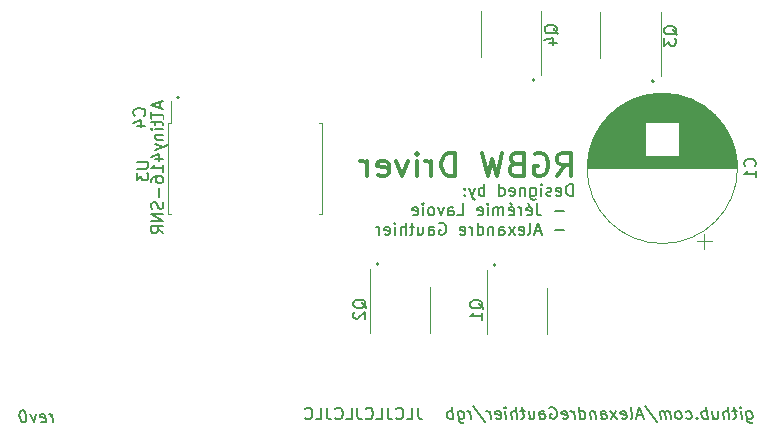
<source format=gbr>
%TF.GenerationSoftware,KiCad,Pcbnew,(5.1.9)-1*%
%TF.CreationDate,2021-01-07T15:51:33-05:00*%
%TF.ProjectId,rgb,7267622e-6b69-4636-9164-5f7063625858,rev?*%
%TF.SameCoordinates,Original*%
%TF.FileFunction,Legend,Bot*%
%TF.FilePolarity,Positive*%
%FSLAX46Y46*%
G04 Gerber Fmt 4.6, Leading zero omitted, Abs format (unit mm)*
G04 Created by KiCad (PCBNEW (5.1.9)-1) date 2021-01-07 15:51:33*
%MOMM*%
%LPD*%
G01*
G04 APERTURE LIST*
%ADD10C,0.150000*%
%ADD11C,0.300000*%
%ADD12C,0.120000*%
%ADD13C,0.200000*%
G04 APERTURE END LIST*
D10*
X161719047Y-98552380D02*
X161719047Y-99266666D01*
X161766666Y-99409523D01*
X161861904Y-99504761D01*
X162004761Y-99552380D01*
X162100000Y-99552380D01*
X160766666Y-99552380D02*
X161242857Y-99552380D01*
X161242857Y-98552380D01*
X159861904Y-99457142D02*
X159909523Y-99504761D01*
X160052380Y-99552380D01*
X160147619Y-99552380D01*
X160290476Y-99504761D01*
X160385714Y-99409523D01*
X160433333Y-99314285D01*
X160480952Y-99123809D01*
X160480952Y-98980952D01*
X160433333Y-98790476D01*
X160385714Y-98695238D01*
X160290476Y-98600000D01*
X160147619Y-98552380D01*
X160052380Y-98552380D01*
X159909523Y-98600000D01*
X159861904Y-98647619D01*
X159147619Y-98552380D02*
X159147619Y-99266666D01*
X159195238Y-99409523D01*
X159290476Y-99504761D01*
X159433333Y-99552380D01*
X159528571Y-99552380D01*
X158195238Y-99552380D02*
X158671428Y-99552380D01*
X158671428Y-98552380D01*
X157290476Y-99457142D02*
X157338095Y-99504761D01*
X157480952Y-99552380D01*
X157576190Y-99552380D01*
X157719047Y-99504761D01*
X157814285Y-99409523D01*
X157861904Y-99314285D01*
X157909523Y-99123809D01*
X157909523Y-98980952D01*
X157861904Y-98790476D01*
X157814285Y-98695238D01*
X157719047Y-98600000D01*
X157576190Y-98552380D01*
X157480952Y-98552380D01*
X157338095Y-98600000D01*
X157290476Y-98647619D01*
X156576190Y-98552380D02*
X156576190Y-99266666D01*
X156623809Y-99409523D01*
X156719047Y-99504761D01*
X156861904Y-99552380D01*
X156957142Y-99552380D01*
X155623809Y-99552380D02*
X156100000Y-99552380D01*
X156100000Y-98552380D01*
X154719047Y-99457142D02*
X154766666Y-99504761D01*
X154909523Y-99552380D01*
X155004761Y-99552380D01*
X155147619Y-99504761D01*
X155242857Y-99409523D01*
X155290476Y-99314285D01*
X155338095Y-99123809D01*
X155338095Y-98980952D01*
X155290476Y-98790476D01*
X155242857Y-98695238D01*
X155147619Y-98600000D01*
X155004761Y-98552380D01*
X154909523Y-98552380D01*
X154766666Y-98600000D01*
X154719047Y-98647619D01*
X154004761Y-98552380D02*
X154004761Y-99266666D01*
X154052380Y-99409523D01*
X154147619Y-99504761D01*
X154290476Y-99552380D01*
X154385714Y-99552380D01*
X153052380Y-99552380D02*
X153528571Y-99552380D01*
X153528571Y-98552380D01*
X152147619Y-99457142D02*
X152195238Y-99504761D01*
X152338095Y-99552380D01*
X152433333Y-99552380D01*
X152576190Y-99504761D01*
X152671428Y-99409523D01*
X152719047Y-99314285D01*
X152766666Y-99123809D01*
X152766666Y-98980952D01*
X152719047Y-98790476D01*
X152671428Y-98695238D01*
X152576190Y-98600000D01*
X152433333Y-98552380D01*
X152338095Y-98552380D01*
X152195238Y-98600000D01*
X152147619Y-98647619D01*
X130807127Y-99802380D02*
X130723794Y-99135714D01*
X130747604Y-99326190D02*
X130688080Y-99230952D01*
X130634508Y-99183333D01*
X130533318Y-99135714D01*
X130438080Y-99135714D01*
X129801175Y-99754761D02*
X129902366Y-99802380D01*
X130092842Y-99802380D01*
X130182127Y-99754761D01*
X130217842Y-99659523D01*
X130170223Y-99278571D01*
X130110699Y-99183333D01*
X130009508Y-99135714D01*
X129819032Y-99135714D01*
X129729747Y-99183333D01*
X129694032Y-99278571D01*
X129705937Y-99373809D01*
X130194032Y-99469047D01*
X129342842Y-99135714D02*
X129188080Y-99802380D01*
X128866651Y-99135714D01*
X128253556Y-98802380D02*
X128158318Y-98802380D01*
X128069032Y-98850000D01*
X128027366Y-98897619D01*
X127991651Y-98992857D01*
X127967842Y-99183333D01*
X127997604Y-99421428D01*
X128069032Y-99611904D01*
X128128556Y-99707142D01*
X128182127Y-99754761D01*
X128283318Y-99802380D01*
X128378556Y-99802380D01*
X128467842Y-99754761D01*
X128509508Y-99707142D01*
X128545223Y-99611904D01*
X128569032Y-99421428D01*
X128539270Y-99183333D01*
X128467842Y-98992857D01*
X128408318Y-98897619D01*
X128354747Y-98850000D01*
X128253556Y-98802380D01*
X174811732Y-80624303D02*
X174811732Y-79624303D01*
X174573637Y-79624303D01*
X174430780Y-79671923D01*
X174335542Y-79767161D01*
X174287923Y-79862399D01*
X174240304Y-80052875D01*
X174240304Y-80195732D01*
X174287923Y-80386208D01*
X174335542Y-80481446D01*
X174430780Y-80576684D01*
X174573637Y-80624303D01*
X174811732Y-80624303D01*
X173430780Y-80576684D02*
X173526018Y-80624303D01*
X173716494Y-80624303D01*
X173811732Y-80576684D01*
X173859351Y-80481446D01*
X173859351Y-80100494D01*
X173811732Y-80005256D01*
X173716494Y-79957637D01*
X173526018Y-79957637D01*
X173430780Y-80005256D01*
X173383161Y-80100494D01*
X173383161Y-80195732D01*
X173859351Y-80290970D01*
X173002208Y-80576684D02*
X172906970Y-80624303D01*
X172716494Y-80624303D01*
X172621256Y-80576684D01*
X172573637Y-80481446D01*
X172573637Y-80433827D01*
X172621256Y-80338589D01*
X172716494Y-80290970D01*
X172859351Y-80290970D01*
X172954589Y-80243351D01*
X173002208Y-80148113D01*
X173002208Y-80100494D01*
X172954589Y-80005256D01*
X172859351Y-79957637D01*
X172716494Y-79957637D01*
X172621256Y-80005256D01*
X172145066Y-80624303D02*
X172145066Y-79957637D01*
X172145066Y-79624303D02*
X172192685Y-79671923D01*
X172145066Y-79719542D01*
X172097447Y-79671923D01*
X172145066Y-79624303D01*
X172145066Y-79719542D01*
X171240304Y-79957637D02*
X171240304Y-80767161D01*
X171287923Y-80862399D01*
X171335542Y-80910018D01*
X171430780Y-80957637D01*
X171573637Y-80957637D01*
X171668875Y-80910018D01*
X171240304Y-80576684D02*
X171335542Y-80624303D01*
X171526018Y-80624303D01*
X171621256Y-80576684D01*
X171668875Y-80529065D01*
X171716494Y-80433827D01*
X171716494Y-80148113D01*
X171668875Y-80052875D01*
X171621256Y-80005256D01*
X171526018Y-79957637D01*
X171335542Y-79957637D01*
X171240304Y-80005256D01*
X170764113Y-79957637D02*
X170764113Y-80624303D01*
X170764113Y-80052875D02*
X170716494Y-80005256D01*
X170621256Y-79957637D01*
X170478399Y-79957637D01*
X170383161Y-80005256D01*
X170335542Y-80100494D01*
X170335542Y-80624303D01*
X169478399Y-80576684D02*
X169573637Y-80624303D01*
X169764113Y-80624303D01*
X169859351Y-80576684D01*
X169906970Y-80481446D01*
X169906970Y-80100494D01*
X169859351Y-80005256D01*
X169764113Y-79957637D01*
X169573637Y-79957637D01*
X169478399Y-80005256D01*
X169430780Y-80100494D01*
X169430780Y-80195732D01*
X169906970Y-80290970D01*
X168573637Y-80624303D02*
X168573637Y-79624303D01*
X168573637Y-80576684D02*
X168668875Y-80624303D01*
X168859351Y-80624303D01*
X168954589Y-80576684D01*
X169002208Y-80529065D01*
X169049828Y-80433827D01*
X169049828Y-80148113D01*
X169002208Y-80052875D01*
X168954589Y-80005256D01*
X168859351Y-79957637D01*
X168668875Y-79957637D01*
X168573637Y-80005256D01*
X167335542Y-80624303D02*
X167335542Y-79624303D01*
X167335542Y-80005256D02*
X167240304Y-79957637D01*
X167049828Y-79957637D01*
X166954589Y-80005256D01*
X166906970Y-80052875D01*
X166859351Y-80148113D01*
X166859351Y-80433827D01*
X166906970Y-80529065D01*
X166954589Y-80576684D01*
X167049828Y-80624303D01*
X167240304Y-80624303D01*
X167335542Y-80576684D01*
X166526018Y-79957637D02*
X166287923Y-80624303D01*
X166049828Y-79957637D02*
X166287923Y-80624303D01*
X166383161Y-80862399D01*
X166430780Y-80910018D01*
X166526018Y-80957637D01*
X165668875Y-80529065D02*
X165621256Y-80576684D01*
X165668875Y-80624303D01*
X165716494Y-80576684D01*
X165668875Y-80529065D01*
X165668875Y-80624303D01*
X165668875Y-80005256D02*
X165621256Y-80052875D01*
X165668875Y-80100494D01*
X165716494Y-80052875D01*
X165668875Y-80005256D01*
X165668875Y-80100494D01*
X174049828Y-81893351D02*
X173287923Y-81893351D01*
X171764113Y-81274303D02*
X171764113Y-81988589D01*
X171811732Y-82131446D01*
X171906970Y-82226684D01*
X172049828Y-82274303D01*
X172145066Y-82274303D01*
X170906970Y-82226684D02*
X171002208Y-82274303D01*
X171192685Y-82274303D01*
X171287923Y-82226684D01*
X171335542Y-82131446D01*
X171335542Y-81750494D01*
X171287923Y-81655256D01*
X171192685Y-81607637D01*
X171002208Y-81607637D01*
X170906970Y-81655256D01*
X170859351Y-81750494D01*
X170859351Y-81845732D01*
X171335542Y-81940970D01*
X171002208Y-81226684D02*
X171145066Y-81369542D01*
X170430780Y-82274303D02*
X170430780Y-81607637D01*
X170430780Y-81798113D02*
X170383161Y-81702875D01*
X170335542Y-81655256D01*
X170240304Y-81607637D01*
X170145066Y-81607637D01*
X169430780Y-82226684D02*
X169526018Y-82274303D01*
X169716494Y-82274303D01*
X169811732Y-82226684D01*
X169859351Y-82131446D01*
X169859351Y-81750494D01*
X169811732Y-81655256D01*
X169716494Y-81607637D01*
X169526018Y-81607637D01*
X169430780Y-81655256D01*
X169383161Y-81750494D01*
X169383161Y-81845732D01*
X169859351Y-81940970D01*
X169526018Y-81226684D02*
X169668875Y-81369542D01*
X168954589Y-82274303D02*
X168954589Y-81607637D01*
X168954589Y-81702875D02*
X168906970Y-81655256D01*
X168811732Y-81607637D01*
X168668875Y-81607637D01*
X168573637Y-81655256D01*
X168526018Y-81750494D01*
X168526018Y-82274303D01*
X168526018Y-81750494D02*
X168478399Y-81655256D01*
X168383161Y-81607637D01*
X168240304Y-81607637D01*
X168145066Y-81655256D01*
X168097447Y-81750494D01*
X168097447Y-82274303D01*
X167621256Y-82274303D02*
X167621256Y-81607637D01*
X167621256Y-81274303D02*
X167668875Y-81321923D01*
X167621256Y-81369542D01*
X167573637Y-81321923D01*
X167621256Y-81274303D01*
X167621256Y-81369542D01*
X166764113Y-82226684D02*
X166859351Y-82274303D01*
X167049828Y-82274303D01*
X167145066Y-82226684D01*
X167192685Y-82131446D01*
X167192685Y-81750494D01*
X167145066Y-81655256D01*
X167049828Y-81607637D01*
X166859351Y-81607637D01*
X166764113Y-81655256D01*
X166716494Y-81750494D01*
X166716494Y-81845732D01*
X167192685Y-81940970D01*
X165049828Y-82274303D02*
X165526018Y-82274303D01*
X165526018Y-81274303D01*
X164287923Y-82274303D02*
X164287923Y-81750494D01*
X164335542Y-81655256D01*
X164430780Y-81607637D01*
X164621256Y-81607637D01*
X164716494Y-81655256D01*
X164287923Y-82226684D02*
X164383161Y-82274303D01*
X164621256Y-82274303D01*
X164716494Y-82226684D01*
X164764113Y-82131446D01*
X164764113Y-82036208D01*
X164716494Y-81940970D01*
X164621256Y-81893351D01*
X164383161Y-81893351D01*
X164287923Y-81845732D01*
X163906970Y-81607637D02*
X163668875Y-82274303D01*
X163430780Y-81607637D01*
X162906970Y-82274303D02*
X163002208Y-82226684D01*
X163049828Y-82179065D01*
X163097447Y-82083827D01*
X163097447Y-81798113D01*
X163049828Y-81702875D01*
X163002208Y-81655256D01*
X162906970Y-81607637D01*
X162764113Y-81607637D01*
X162668875Y-81655256D01*
X162621256Y-81702875D01*
X162573637Y-81798113D01*
X162573637Y-82083827D01*
X162621256Y-82179065D01*
X162668875Y-82226684D01*
X162764113Y-82274303D01*
X162906970Y-82274303D01*
X162145066Y-82274303D02*
X162145066Y-81607637D01*
X162145066Y-81274303D02*
X162192685Y-81321923D01*
X162145066Y-81369542D01*
X162097447Y-81321923D01*
X162145066Y-81274303D01*
X162145066Y-81369542D01*
X161287923Y-82226684D02*
X161383161Y-82274303D01*
X161573637Y-82274303D01*
X161668875Y-82226684D01*
X161716494Y-82131446D01*
X161716494Y-81750494D01*
X161668875Y-81655256D01*
X161573637Y-81607637D01*
X161383161Y-81607637D01*
X161287923Y-81655256D01*
X161240304Y-81750494D01*
X161240304Y-81845732D01*
X161716494Y-81940970D01*
X174049828Y-83543351D02*
X173287923Y-83543351D01*
X172097447Y-83638589D02*
X171621256Y-83638589D01*
X172192685Y-83924303D02*
X171859351Y-82924303D01*
X171526018Y-83924303D01*
X171049828Y-83924303D02*
X171145066Y-83876684D01*
X171192685Y-83781446D01*
X171192685Y-82924303D01*
X170287923Y-83876684D02*
X170383161Y-83924303D01*
X170573637Y-83924303D01*
X170668875Y-83876684D01*
X170716494Y-83781446D01*
X170716494Y-83400494D01*
X170668875Y-83305256D01*
X170573637Y-83257637D01*
X170383161Y-83257637D01*
X170287923Y-83305256D01*
X170240304Y-83400494D01*
X170240304Y-83495732D01*
X170716494Y-83590970D01*
X169906970Y-83924303D02*
X169383161Y-83257637D01*
X169906970Y-83257637D02*
X169383161Y-83924303D01*
X168573637Y-83924303D02*
X168573637Y-83400494D01*
X168621256Y-83305256D01*
X168716494Y-83257637D01*
X168906970Y-83257637D01*
X169002208Y-83305256D01*
X168573637Y-83876684D02*
X168668875Y-83924303D01*
X168906970Y-83924303D01*
X169002208Y-83876684D01*
X169049828Y-83781446D01*
X169049828Y-83686208D01*
X169002208Y-83590970D01*
X168906970Y-83543351D01*
X168668875Y-83543351D01*
X168573637Y-83495732D01*
X168097447Y-83257637D02*
X168097447Y-83924303D01*
X168097447Y-83352875D02*
X168049828Y-83305256D01*
X167954589Y-83257637D01*
X167811732Y-83257637D01*
X167716494Y-83305256D01*
X167668875Y-83400494D01*
X167668875Y-83924303D01*
X166764113Y-83924303D02*
X166764113Y-82924303D01*
X166764113Y-83876684D02*
X166859351Y-83924303D01*
X167049828Y-83924303D01*
X167145066Y-83876684D01*
X167192685Y-83829065D01*
X167240304Y-83733827D01*
X167240304Y-83448113D01*
X167192685Y-83352875D01*
X167145066Y-83305256D01*
X167049828Y-83257637D01*
X166859351Y-83257637D01*
X166764113Y-83305256D01*
X166287923Y-83924303D02*
X166287923Y-83257637D01*
X166287923Y-83448113D02*
X166240304Y-83352875D01*
X166192685Y-83305256D01*
X166097447Y-83257637D01*
X166002208Y-83257637D01*
X165287923Y-83876684D02*
X165383161Y-83924303D01*
X165573637Y-83924303D01*
X165668875Y-83876684D01*
X165716494Y-83781446D01*
X165716494Y-83400494D01*
X165668875Y-83305256D01*
X165573637Y-83257637D01*
X165383161Y-83257637D01*
X165287923Y-83305256D01*
X165240304Y-83400494D01*
X165240304Y-83495732D01*
X165716494Y-83590970D01*
X163526018Y-82971923D02*
X163621256Y-82924303D01*
X163764113Y-82924303D01*
X163906970Y-82971923D01*
X164002208Y-83067161D01*
X164049828Y-83162399D01*
X164097447Y-83352875D01*
X164097447Y-83495732D01*
X164049828Y-83686208D01*
X164002208Y-83781446D01*
X163906970Y-83876684D01*
X163764113Y-83924303D01*
X163668875Y-83924303D01*
X163526018Y-83876684D01*
X163478399Y-83829065D01*
X163478399Y-83495732D01*
X163668875Y-83495732D01*
X162621256Y-83924303D02*
X162621256Y-83400494D01*
X162668875Y-83305256D01*
X162764113Y-83257637D01*
X162954589Y-83257637D01*
X163049828Y-83305256D01*
X162621256Y-83876684D02*
X162716494Y-83924303D01*
X162954589Y-83924303D01*
X163049828Y-83876684D01*
X163097447Y-83781446D01*
X163097447Y-83686208D01*
X163049828Y-83590970D01*
X162954589Y-83543351D01*
X162716494Y-83543351D01*
X162621256Y-83495732D01*
X161716494Y-83257637D02*
X161716494Y-83924303D01*
X162145066Y-83257637D02*
X162145066Y-83781446D01*
X162097447Y-83876684D01*
X162002208Y-83924303D01*
X161859351Y-83924303D01*
X161764113Y-83876684D01*
X161716494Y-83829065D01*
X161383161Y-83257637D02*
X161002208Y-83257637D01*
X161240304Y-82924303D02*
X161240304Y-83781446D01*
X161192685Y-83876684D01*
X161097447Y-83924303D01*
X161002208Y-83924303D01*
X160668875Y-83924303D02*
X160668875Y-82924303D01*
X160240304Y-83924303D02*
X160240304Y-83400494D01*
X160287923Y-83305256D01*
X160383161Y-83257637D01*
X160526018Y-83257637D01*
X160621256Y-83305256D01*
X160668875Y-83352875D01*
X159764113Y-83924303D02*
X159764113Y-83257637D01*
X159764113Y-82924303D02*
X159811732Y-82971923D01*
X159764113Y-83019542D01*
X159716494Y-82971923D01*
X159764113Y-82924303D01*
X159764113Y-83019542D01*
X158906970Y-83876684D02*
X159002208Y-83924303D01*
X159192685Y-83924303D01*
X159287923Y-83876684D01*
X159335542Y-83781446D01*
X159335542Y-83400494D01*
X159287923Y-83305256D01*
X159192685Y-83257637D01*
X159002208Y-83257637D01*
X158906970Y-83305256D01*
X158859351Y-83400494D01*
X158859351Y-83495732D01*
X159335542Y-83590970D01*
X158430780Y-83924303D02*
X158430780Y-83257637D01*
X158430780Y-83448113D02*
X158383161Y-83352875D01*
X158335542Y-83305256D01*
X158240304Y-83257637D01*
X158145066Y-83257637D01*
X189507032Y-98845714D02*
X189608223Y-99655238D01*
X189667747Y-99750476D01*
X189721318Y-99798095D01*
X189822508Y-99845714D01*
X189965366Y-99845714D01*
X190054651Y-99798095D01*
X189584413Y-99464761D02*
X189685604Y-99512380D01*
X189876080Y-99512380D01*
X189965366Y-99464761D01*
X190007032Y-99417142D01*
X190042747Y-99321904D01*
X190007032Y-99036190D01*
X189947508Y-98940952D01*
X189893937Y-98893333D01*
X189792747Y-98845714D01*
X189602270Y-98845714D01*
X189512985Y-98893333D01*
X189114175Y-99512380D02*
X189030842Y-98845714D01*
X188989175Y-98512380D02*
X189042747Y-98560000D01*
X189001080Y-98607619D01*
X188947508Y-98560000D01*
X188989175Y-98512380D01*
X189001080Y-98607619D01*
X188697508Y-98845714D02*
X188316556Y-98845714D01*
X188512985Y-98512380D02*
X188620127Y-99369523D01*
X188584413Y-99464761D01*
X188495127Y-99512380D01*
X188399889Y-99512380D01*
X188066556Y-99512380D02*
X187941556Y-98512380D01*
X187637985Y-99512380D02*
X187572508Y-98988571D01*
X187608223Y-98893333D01*
X187697508Y-98845714D01*
X187840366Y-98845714D01*
X187941556Y-98893333D01*
X187995127Y-98940952D01*
X186649889Y-98845714D02*
X186733223Y-99512380D01*
X187078461Y-98845714D02*
X187143937Y-99369523D01*
X187108223Y-99464761D01*
X187018937Y-99512380D01*
X186876080Y-99512380D01*
X186774889Y-99464761D01*
X186721318Y-99417142D01*
X186257032Y-99512380D02*
X186132032Y-98512380D01*
X186179651Y-98893333D02*
X186078461Y-98845714D01*
X185887985Y-98845714D01*
X185798699Y-98893333D01*
X185757032Y-98940952D01*
X185721318Y-99036190D01*
X185757032Y-99321904D01*
X185816556Y-99417142D01*
X185870127Y-99464761D01*
X185971318Y-99512380D01*
X186161794Y-99512380D01*
X186251080Y-99464761D01*
X185340366Y-99417142D02*
X185298699Y-99464761D01*
X185352270Y-99512380D01*
X185393937Y-99464761D01*
X185340366Y-99417142D01*
X185352270Y-99512380D01*
X184441556Y-99464761D02*
X184542747Y-99512380D01*
X184733223Y-99512380D01*
X184822508Y-99464761D01*
X184864175Y-99417142D01*
X184899889Y-99321904D01*
X184864175Y-99036190D01*
X184804651Y-98940952D01*
X184751080Y-98893333D01*
X184649889Y-98845714D01*
X184459413Y-98845714D01*
X184370127Y-98893333D01*
X183876080Y-99512380D02*
X183965366Y-99464761D01*
X184007032Y-99417142D01*
X184042747Y-99321904D01*
X184007032Y-99036190D01*
X183947508Y-98940952D01*
X183893937Y-98893333D01*
X183792747Y-98845714D01*
X183649889Y-98845714D01*
X183560604Y-98893333D01*
X183518937Y-98940952D01*
X183483223Y-99036190D01*
X183518937Y-99321904D01*
X183578461Y-99417142D01*
X183632032Y-99464761D01*
X183733223Y-99512380D01*
X183876080Y-99512380D01*
X183114175Y-99512380D02*
X183030842Y-98845714D01*
X183042747Y-98940952D02*
X182989175Y-98893333D01*
X182887985Y-98845714D01*
X182745127Y-98845714D01*
X182655842Y-98893333D01*
X182620127Y-98988571D01*
X182685604Y-99512380D01*
X182620127Y-98988571D02*
X182560604Y-98893333D01*
X182459413Y-98845714D01*
X182316556Y-98845714D01*
X182227270Y-98893333D01*
X182191556Y-98988571D01*
X182257032Y-99512380D01*
X180935604Y-98464761D02*
X181953461Y-99750476D01*
X180745127Y-99226666D02*
X180268937Y-99226666D01*
X180876080Y-99512380D02*
X180417747Y-98512380D01*
X180209413Y-99512380D01*
X179733223Y-99512380D02*
X179822508Y-99464761D01*
X179858223Y-99369523D01*
X179751080Y-98512380D01*
X178965366Y-99464761D02*
X179066556Y-99512380D01*
X179257032Y-99512380D01*
X179346318Y-99464761D01*
X179382032Y-99369523D01*
X179334413Y-98988571D01*
X179274889Y-98893333D01*
X179173699Y-98845714D01*
X178983223Y-98845714D01*
X178893937Y-98893333D01*
X178858223Y-98988571D01*
X178870127Y-99083809D01*
X179358223Y-99179047D01*
X178590366Y-99512380D02*
X177983223Y-98845714D01*
X178507032Y-98845714D02*
X178066556Y-99512380D01*
X177257032Y-99512380D02*
X177191556Y-98988571D01*
X177227270Y-98893333D01*
X177316556Y-98845714D01*
X177507032Y-98845714D01*
X177608223Y-98893333D01*
X177251080Y-99464761D02*
X177352270Y-99512380D01*
X177590366Y-99512380D01*
X177679651Y-99464761D01*
X177715366Y-99369523D01*
X177703461Y-99274285D01*
X177643937Y-99179047D01*
X177542747Y-99131428D01*
X177304651Y-99131428D01*
X177203461Y-99083809D01*
X176697508Y-98845714D02*
X176780842Y-99512380D01*
X176709413Y-98940952D02*
X176655842Y-98893333D01*
X176554651Y-98845714D01*
X176411794Y-98845714D01*
X176322508Y-98893333D01*
X176286794Y-98988571D01*
X176352270Y-99512380D01*
X175447508Y-99512380D02*
X175322508Y-98512380D01*
X175441556Y-99464761D02*
X175542747Y-99512380D01*
X175733223Y-99512380D01*
X175822508Y-99464761D01*
X175864175Y-99417142D01*
X175899889Y-99321904D01*
X175864175Y-99036190D01*
X175804651Y-98940952D01*
X175751080Y-98893333D01*
X175649889Y-98845714D01*
X175459413Y-98845714D01*
X175370127Y-98893333D01*
X174971318Y-99512380D02*
X174887985Y-98845714D01*
X174911794Y-99036190D02*
X174852270Y-98940952D01*
X174798699Y-98893333D01*
X174697508Y-98845714D01*
X174602270Y-98845714D01*
X173965366Y-99464761D02*
X174066556Y-99512380D01*
X174257032Y-99512380D01*
X174346318Y-99464761D01*
X174382032Y-99369523D01*
X174334413Y-98988571D01*
X174274889Y-98893333D01*
X174173699Y-98845714D01*
X173983223Y-98845714D01*
X173893937Y-98893333D01*
X173858223Y-98988571D01*
X173870127Y-99083809D01*
X174358223Y-99179047D01*
X172852270Y-98560000D02*
X172941556Y-98512380D01*
X173084413Y-98512380D01*
X173233223Y-98560000D01*
X173340366Y-98655238D01*
X173399889Y-98750476D01*
X173471318Y-98940952D01*
X173489175Y-99083809D01*
X173465366Y-99274285D01*
X173429651Y-99369523D01*
X173346318Y-99464761D01*
X173209413Y-99512380D01*
X173114175Y-99512380D01*
X172965366Y-99464761D01*
X172911794Y-99417142D01*
X172870127Y-99083809D01*
X173060604Y-99083809D01*
X172066556Y-99512380D02*
X172001080Y-98988571D01*
X172036794Y-98893333D01*
X172126080Y-98845714D01*
X172316556Y-98845714D01*
X172417747Y-98893333D01*
X172060604Y-99464761D02*
X172161794Y-99512380D01*
X172399889Y-99512380D01*
X172489175Y-99464761D01*
X172524889Y-99369523D01*
X172512985Y-99274285D01*
X172453461Y-99179047D01*
X172352270Y-99131428D01*
X172114175Y-99131428D01*
X172012985Y-99083809D01*
X171078461Y-98845714D02*
X171161794Y-99512380D01*
X171507032Y-98845714D02*
X171572508Y-99369523D01*
X171536794Y-99464761D01*
X171447508Y-99512380D01*
X171304651Y-99512380D01*
X171203461Y-99464761D01*
X171149889Y-99417142D01*
X170745127Y-98845714D02*
X170364175Y-98845714D01*
X170560604Y-98512380D02*
X170667747Y-99369523D01*
X170632032Y-99464761D01*
X170542747Y-99512380D01*
X170447508Y-99512380D01*
X170114175Y-99512380D02*
X169989175Y-98512380D01*
X169685604Y-99512380D02*
X169620127Y-98988571D01*
X169655842Y-98893333D01*
X169745127Y-98845714D01*
X169887985Y-98845714D01*
X169989175Y-98893333D01*
X170042747Y-98940952D01*
X169209413Y-99512380D02*
X169126080Y-98845714D01*
X169084413Y-98512380D02*
X169137985Y-98560000D01*
X169096318Y-98607619D01*
X169042747Y-98560000D01*
X169084413Y-98512380D01*
X169096318Y-98607619D01*
X168346318Y-99464761D02*
X168447508Y-99512380D01*
X168637985Y-99512380D01*
X168727270Y-99464761D01*
X168762985Y-99369523D01*
X168715366Y-98988571D01*
X168655842Y-98893333D01*
X168554651Y-98845714D01*
X168364175Y-98845714D01*
X168274889Y-98893333D01*
X168239175Y-98988571D01*
X168251080Y-99083809D01*
X168739175Y-99179047D01*
X167876080Y-99512380D02*
X167792747Y-98845714D01*
X167816556Y-99036190D02*
X167757032Y-98940952D01*
X167703461Y-98893333D01*
X167602270Y-98845714D01*
X167507032Y-98845714D01*
X166411794Y-98464761D02*
X167429651Y-99750476D01*
X166209413Y-99512380D02*
X166126080Y-98845714D01*
X166149889Y-99036190D02*
X166090366Y-98940952D01*
X166036794Y-98893333D01*
X165935604Y-98845714D01*
X165840366Y-98845714D01*
X165078461Y-98845714D02*
X165179651Y-99655238D01*
X165239175Y-99750476D01*
X165292747Y-99798095D01*
X165393937Y-99845714D01*
X165536794Y-99845714D01*
X165626080Y-99798095D01*
X165155842Y-99464761D02*
X165257032Y-99512380D01*
X165447508Y-99512380D01*
X165536794Y-99464761D01*
X165578461Y-99417142D01*
X165614175Y-99321904D01*
X165578461Y-99036190D01*
X165518937Y-98940952D01*
X165465366Y-98893333D01*
X165364175Y-98845714D01*
X165173699Y-98845714D01*
X165084413Y-98893333D01*
X164685604Y-99512380D02*
X164560604Y-98512380D01*
X164608223Y-98893333D02*
X164507032Y-98845714D01*
X164316556Y-98845714D01*
X164227270Y-98893333D01*
X164185604Y-98940952D01*
X164149889Y-99036190D01*
X164185604Y-99321904D01*
X164245127Y-99417142D01*
X164298699Y-99464761D01*
X164399889Y-99512380D01*
X164590366Y-99512380D01*
X164679651Y-99464761D01*
D11*
X173516375Y-78976684D02*
X174183042Y-78024303D01*
X174659232Y-78976684D02*
X174659232Y-76976684D01*
X173897328Y-76976684D01*
X173706851Y-77071923D01*
X173611613Y-77167161D01*
X173516375Y-77357637D01*
X173516375Y-77643351D01*
X173611613Y-77833827D01*
X173706851Y-77929065D01*
X173897328Y-78024303D01*
X174659232Y-78024303D01*
X171611613Y-77071923D02*
X171802089Y-76976684D01*
X172087804Y-76976684D01*
X172373518Y-77071923D01*
X172563994Y-77262399D01*
X172659232Y-77452875D01*
X172754470Y-77833827D01*
X172754470Y-78119542D01*
X172659232Y-78500494D01*
X172563994Y-78690970D01*
X172373518Y-78881446D01*
X172087804Y-78976684D01*
X171897328Y-78976684D01*
X171611613Y-78881446D01*
X171516375Y-78786208D01*
X171516375Y-78119542D01*
X171897328Y-78119542D01*
X169992566Y-77929065D02*
X169706851Y-78024303D01*
X169611613Y-78119542D01*
X169516375Y-78310018D01*
X169516375Y-78595732D01*
X169611613Y-78786208D01*
X169706851Y-78881446D01*
X169897328Y-78976684D01*
X170659232Y-78976684D01*
X170659232Y-76976684D01*
X169992566Y-76976684D01*
X169802089Y-77071923D01*
X169706851Y-77167161D01*
X169611613Y-77357637D01*
X169611613Y-77548113D01*
X169706851Y-77738589D01*
X169802089Y-77833827D01*
X169992566Y-77929065D01*
X170659232Y-77929065D01*
X168849708Y-76976684D02*
X168373518Y-78976684D01*
X167992566Y-77548113D01*
X167611613Y-78976684D01*
X167135423Y-76976684D01*
X164849708Y-78976684D02*
X164849708Y-76976684D01*
X164373518Y-76976684D01*
X164087804Y-77071923D01*
X163897328Y-77262399D01*
X163802089Y-77452875D01*
X163706851Y-77833827D01*
X163706851Y-78119542D01*
X163802089Y-78500494D01*
X163897328Y-78690970D01*
X164087804Y-78881446D01*
X164373518Y-78976684D01*
X164849708Y-78976684D01*
X162849708Y-78976684D02*
X162849708Y-77643351D01*
X162849708Y-78024303D02*
X162754470Y-77833827D01*
X162659232Y-77738589D01*
X162468756Y-77643351D01*
X162278280Y-77643351D01*
X161611613Y-78976684D02*
X161611613Y-77643351D01*
X161611613Y-76976684D02*
X161706851Y-77071923D01*
X161611613Y-77167161D01*
X161516375Y-77071923D01*
X161611613Y-76976684D01*
X161611613Y-77167161D01*
X160849708Y-77643351D02*
X160373518Y-78976684D01*
X159897328Y-77643351D01*
X158373518Y-78881446D02*
X158563994Y-78976684D01*
X158944947Y-78976684D01*
X159135423Y-78881446D01*
X159230661Y-78690970D01*
X159230661Y-77929065D01*
X159135423Y-77738589D01*
X158944947Y-77643351D01*
X158563994Y-77643351D01*
X158373518Y-77738589D01*
X158278280Y-77929065D01*
X158278280Y-78119542D01*
X159230661Y-78310018D01*
X157421137Y-78976684D02*
X157421137Y-77643351D01*
X157421137Y-78024303D02*
X157325899Y-77833827D01*
X157230661Y-77738589D01*
X157040185Y-77643351D01*
X156849708Y-77643351D01*
D12*
%TO.C,C1*%
X188770000Y-78300000D02*
G75*
G03*
X188770000Y-78300000I-6370000J0D01*
G01*
X188730000Y-78300000D02*
X176070000Y-78300000D01*
X188730000Y-78260000D02*
X176070000Y-78260000D01*
X188730000Y-78220000D02*
X176070000Y-78220000D01*
X188729000Y-78180000D02*
X176071000Y-78180000D01*
X188728000Y-78140000D02*
X176072000Y-78140000D01*
X188727000Y-78100000D02*
X176073000Y-78100000D01*
X188726000Y-78060000D02*
X176074000Y-78060000D01*
X188724000Y-78020000D02*
X176076000Y-78020000D01*
X188722000Y-77980000D02*
X176078000Y-77980000D01*
X188720000Y-77940000D02*
X176080000Y-77940000D01*
X188718000Y-77900000D02*
X176082000Y-77900000D01*
X188715000Y-77860000D02*
X176085000Y-77860000D01*
X188712000Y-77820000D02*
X176088000Y-77820000D01*
X188709000Y-77780000D02*
X176091000Y-77780000D01*
X188706000Y-77740000D02*
X176094000Y-77740000D01*
X188702000Y-77700000D02*
X176098000Y-77700000D01*
X188698000Y-77660000D02*
X176102000Y-77660000D01*
X188694000Y-77620000D02*
X176106000Y-77620000D01*
X188690000Y-77579000D02*
X176110000Y-77579000D01*
X188685000Y-77539000D02*
X176115000Y-77539000D01*
X188680000Y-77499000D02*
X176120000Y-77499000D01*
X188675000Y-77459000D02*
X176125000Y-77459000D01*
X188669000Y-77419000D02*
X176131000Y-77419000D01*
X188664000Y-77379000D02*
X176136000Y-77379000D01*
X188658000Y-77339000D02*
X176142000Y-77339000D01*
X188652000Y-77299000D02*
X176148000Y-77299000D01*
X188645000Y-77259000D02*
X176155000Y-77259000D01*
X188638000Y-77219000D02*
X183840000Y-77219000D01*
X180960000Y-77219000D02*
X176162000Y-77219000D01*
X188631000Y-77179000D02*
X183840000Y-77179000D01*
X180960000Y-77179000D02*
X176169000Y-77179000D01*
X188624000Y-77139000D02*
X183840000Y-77139000D01*
X180960000Y-77139000D02*
X176176000Y-77139000D01*
X188616000Y-77099000D02*
X183840000Y-77099000D01*
X180960000Y-77099000D02*
X176184000Y-77099000D01*
X188609000Y-77059000D02*
X183840000Y-77059000D01*
X180960000Y-77059000D02*
X176191000Y-77059000D01*
X188601000Y-77019000D02*
X183840000Y-77019000D01*
X180960000Y-77019000D02*
X176199000Y-77019000D01*
X188592000Y-76979000D02*
X183840000Y-76979000D01*
X180960000Y-76979000D02*
X176208000Y-76979000D01*
X188584000Y-76939000D02*
X183840000Y-76939000D01*
X180960000Y-76939000D02*
X176216000Y-76939000D01*
X188575000Y-76899000D02*
X183840000Y-76899000D01*
X180960000Y-76899000D02*
X176225000Y-76899000D01*
X188566000Y-76859000D02*
X183840000Y-76859000D01*
X180960000Y-76859000D02*
X176234000Y-76859000D01*
X188556000Y-76819000D02*
X183840000Y-76819000D01*
X180960000Y-76819000D02*
X176244000Y-76819000D01*
X188546000Y-76779000D02*
X183840000Y-76779000D01*
X180960000Y-76779000D02*
X176254000Y-76779000D01*
X188537000Y-76739000D02*
X183840000Y-76739000D01*
X180960000Y-76739000D02*
X176263000Y-76739000D01*
X188526000Y-76699000D02*
X183840000Y-76699000D01*
X180960000Y-76699000D02*
X176274000Y-76699000D01*
X188516000Y-76659000D02*
X183840000Y-76659000D01*
X180960000Y-76659000D02*
X176284000Y-76659000D01*
X188505000Y-76619000D02*
X183840000Y-76619000D01*
X180960000Y-76619000D02*
X176295000Y-76619000D01*
X188494000Y-76579000D02*
X183840000Y-76579000D01*
X180960000Y-76579000D02*
X176306000Y-76579000D01*
X188483000Y-76539000D02*
X183840000Y-76539000D01*
X180960000Y-76539000D02*
X176317000Y-76539000D01*
X188471000Y-76499000D02*
X183840000Y-76499000D01*
X180960000Y-76499000D02*
X176329000Y-76499000D01*
X188459000Y-76459000D02*
X183840000Y-76459000D01*
X180960000Y-76459000D02*
X176341000Y-76459000D01*
X188447000Y-76419000D02*
X183840000Y-76419000D01*
X180960000Y-76419000D02*
X176353000Y-76419000D01*
X188434000Y-76379000D02*
X183840000Y-76379000D01*
X180960000Y-76379000D02*
X176366000Y-76379000D01*
X188421000Y-76339000D02*
X183840000Y-76339000D01*
X180960000Y-76339000D02*
X176379000Y-76339000D01*
X188408000Y-76299000D02*
X183840000Y-76299000D01*
X180960000Y-76299000D02*
X176392000Y-76299000D01*
X188395000Y-76259000D02*
X183840000Y-76259000D01*
X180960000Y-76259000D02*
X176405000Y-76259000D01*
X188381000Y-76219000D02*
X183840000Y-76219000D01*
X180960000Y-76219000D02*
X176419000Y-76219000D01*
X188367000Y-76179000D02*
X183840000Y-76179000D01*
X180960000Y-76179000D02*
X176433000Y-76179000D01*
X188353000Y-76139000D02*
X183840000Y-76139000D01*
X180960000Y-76139000D02*
X176447000Y-76139000D01*
X188339000Y-76099000D02*
X183840000Y-76099000D01*
X180960000Y-76099000D02*
X176461000Y-76099000D01*
X188324000Y-76059000D02*
X183840000Y-76059000D01*
X180960000Y-76059000D02*
X176476000Y-76059000D01*
X188308000Y-76019000D02*
X183840000Y-76019000D01*
X180960000Y-76019000D02*
X176492000Y-76019000D01*
X188293000Y-75979000D02*
X183840000Y-75979000D01*
X180960000Y-75979000D02*
X176507000Y-75979000D01*
X188277000Y-75939000D02*
X183840000Y-75939000D01*
X180960000Y-75939000D02*
X176523000Y-75939000D01*
X188261000Y-75899000D02*
X183840000Y-75899000D01*
X180960000Y-75899000D02*
X176539000Y-75899000D01*
X188245000Y-75859000D02*
X183840000Y-75859000D01*
X180960000Y-75859000D02*
X176555000Y-75859000D01*
X188228000Y-75819000D02*
X183840000Y-75819000D01*
X180960000Y-75819000D02*
X176572000Y-75819000D01*
X188211000Y-75779000D02*
X183840000Y-75779000D01*
X180960000Y-75779000D02*
X176589000Y-75779000D01*
X188193000Y-75739000D02*
X183840000Y-75739000D01*
X180960000Y-75739000D02*
X176607000Y-75739000D01*
X188176000Y-75699000D02*
X183840000Y-75699000D01*
X180960000Y-75699000D02*
X176624000Y-75699000D01*
X188158000Y-75659000D02*
X183840000Y-75659000D01*
X180960000Y-75659000D02*
X176642000Y-75659000D01*
X188139000Y-75619000D02*
X183840000Y-75619000D01*
X180960000Y-75619000D02*
X176661000Y-75619000D01*
X188121000Y-75579000D02*
X183840000Y-75579000D01*
X180960000Y-75579000D02*
X176679000Y-75579000D01*
X188102000Y-75539000D02*
X183840000Y-75539000D01*
X180960000Y-75539000D02*
X176698000Y-75539000D01*
X188082000Y-75499000D02*
X183840000Y-75499000D01*
X180960000Y-75499000D02*
X176718000Y-75499000D01*
X188062000Y-75459000D02*
X183840000Y-75459000D01*
X180960000Y-75459000D02*
X176738000Y-75459000D01*
X188042000Y-75419000D02*
X183840000Y-75419000D01*
X180960000Y-75419000D02*
X176758000Y-75419000D01*
X188022000Y-75379000D02*
X183840000Y-75379000D01*
X180960000Y-75379000D02*
X176778000Y-75379000D01*
X188001000Y-75339000D02*
X183840000Y-75339000D01*
X180960000Y-75339000D02*
X176799000Y-75339000D01*
X187980000Y-75299000D02*
X183840000Y-75299000D01*
X180960000Y-75299000D02*
X176820000Y-75299000D01*
X187958000Y-75259000D02*
X183840000Y-75259000D01*
X180960000Y-75259000D02*
X176842000Y-75259000D01*
X187936000Y-75219000D02*
X183840000Y-75219000D01*
X180960000Y-75219000D02*
X176864000Y-75219000D01*
X187914000Y-75179000D02*
X183840000Y-75179000D01*
X180960000Y-75179000D02*
X176886000Y-75179000D01*
X187891000Y-75139000D02*
X183840000Y-75139000D01*
X180960000Y-75139000D02*
X176909000Y-75139000D01*
X187868000Y-75099000D02*
X183840000Y-75099000D01*
X180960000Y-75099000D02*
X176932000Y-75099000D01*
X187845000Y-75059000D02*
X183840000Y-75059000D01*
X180960000Y-75059000D02*
X176955000Y-75059000D01*
X187821000Y-75019000D02*
X183840000Y-75019000D01*
X180960000Y-75019000D02*
X176979000Y-75019000D01*
X187797000Y-74979000D02*
X183840000Y-74979000D01*
X180960000Y-74979000D02*
X177003000Y-74979000D01*
X187772000Y-74939000D02*
X183840000Y-74939000D01*
X180960000Y-74939000D02*
X177028000Y-74939000D01*
X187747000Y-74899000D02*
X183840000Y-74899000D01*
X180960000Y-74899000D02*
X177053000Y-74899000D01*
X187722000Y-74859000D02*
X183840000Y-74859000D01*
X180960000Y-74859000D02*
X177078000Y-74859000D01*
X187696000Y-74819000D02*
X183840000Y-74819000D01*
X180960000Y-74819000D02*
X177104000Y-74819000D01*
X187670000Y-74779000D02*
X183840000Y-74779000D01*
X180960000Y-74779000D02*
X177130000Y-74779000D01*
X187643000Y-74739000D02*
X183840000Y-74739000D01*
X180960000Y-74739000D02*
X177157000Y-74739000D01*
X187616000Y-74699000D02*
X183840000Y-74699000D01*
X180960000Y-74699000D02*
X177184000Y-74699000D01*
X187588000Y-74659000D02*
X183840000Y-74659000D01*
X180960000Y-74659000D02*
X177212000Y-74659000D01*
X187560000Y-74619000D02*
X183840000Y-74619000D01*
X180960000Y-74619000D02*
X177240000Y-74619000D01*
X187531000Y-74579000D02*
X183840000Y-74579000D01*
X180960000Y-74579000D02*
X177269000Y-74579000D01*
X187502000Y-74539000D02*
X183840000Y-74539000D01*
X180960000Y-74539000D02*
X177298000Y-74539000D01*
X187473000Y-74499000D02*
X183840000Y-74499000D01*
X180960000Y-74499000D02*
X177327000Y-74499000D01*
X187443000Y-74459000D02*
X183840000Y-74459000D01*
X180960000Y-74459000D02*
X177357000Y-74459000D01*
X187412000Y-74419000D02*
X183840000Y-74419000D01*
X180960000Y-74419000D02*
X177388000Y-74419000D01*
X187382000Y-74379000D02*
X183840000Y-74379000D01*
X180960000Y-74379000D02*
X177418000Y-74379000D01*
X187350000Y-74339000D02*
X177450000Y-74339000D01*
X187318000Y-74299000D02*
X177482000Y-74299000D01*
X187285000Y-74259000D02*
X177515000Y-74259000D01*
X187252000Y-74219000D02*
X177548000Y-74219000D01*
X187219000Y-74179000D02*
X177581000Y-74179000D01*
X187185000Y-74139000D02*
X177615000Y-74139000D01*
X187150000Y-74099000D02*
X177650000Y-74099000D01*
X187114000Y-74059000D02*
X177686000Y-74059000D01*
X187078000Y-74019000D02*
X177722000Y-74019000D01*
X187042000Y-73979000D02*
X177758000Y-73979000D01*
X187005000Y-73939000D02*
X177795000Y-73939000D01*
X186967000Y-73899000D02*
X177833000Y-73899000D01*
X186928000Y-73859000D02*
X177872000Y-73859000D01*
X186889000Y-73819000D02*
X177911000Y-73819000D01*
X186849000Y-73779000D02*
X177951000Y-73779000D01*
X186808000Y-73739000D02*
X177992000Y-73739000D01*
X186767000Y-73699000D02*
X178033000Y-73699000D01*
X186725000Y-73659000D02*
X178075000Y-73659000D01*
X186682000Y-73619000D02*
X178118000Y-73619000D01*
X186638000Y-73579000D02*
X178162000Y-73579000D01*
X186594000Y-73539000D02*
X178206000Y-73539000D01*
X186548000Y-73499000D02*
X178252000Y-73499000D01*
X186502000Y-73459000D02*
X178298000Y-73459000D01*
X186455000Y-73419000D02*
X178345000Y-73419000D01*
X186407000Y-73379000D02*
X178393000Y-73379000D01*
X186357000Y-73339000D02*
X178443000Y-73339000D01*
X186307000Y-73299000D02*
X178493000Y-73299000D01*
X186256000Y-73259000D02*
X178544000Y-73259000D01*
X186204000Y-73219000D02*
X178596000Y-73219000D01*
X186150000Y-73179000D02*
X178650000Y-73179000D01*
X186096000Y-73139000D02*
X178704000Y-73139000D01*
X186040000Y-73099000D02*
X178760000Y-73099000D01*
X185983000Y-73059000D02*
X178817000Y-73059000D01*
X185924000Y-73019000D02*
X178876000Y-73019000D01*
X185864000Y-72979000D02*
X178936000Y-72979000D01*
X185802000Y-72939000D02*
X178998000Y-72939000D01*
X185739000Y-72899000D02*
X179061000Y-72899000D01*
X185675000Y-72859000D02*
X179125000Y-72859000D01*
X185608000Y-72819000D02*
X179192000Y-72819000D01*
X185540000Y-72779000D02*
X179260000Y-72779000D01*
X185469000Y-72739000D02*
X179331000Y-72739000D01*
X185396000Y-72699000D02*
X179404000Y-72699000D01*
X185321000Y-72659000D02*
X179479000Y-72659000D01*
X185244000Y-72619000D02*
X179556000Y-72619000D01*
X185164000Y-72579000D02*
X179636000Y-72579000D01*
X185081000Y-72539000D02*
X179719000Y-72539000D01*
X184994000Y-72499000D02*
X179806000Y-72499000D01*
X184904000Y-72459000D02*
X179896000Y-72459000D01*
X184810000Y-72419000D02*
X179990000Y-72419000D01*
X184712000Y-72379000D02*
X180088000Y-72379000D01*
X184609000Y-72339000D02*
X180191000Y-72339000D01*
X184500000Y-72299000D02*
X180300000Y-72299000D01*
X184384000Y-72259000D02*
X180416000Y-72259000D01*
X184261000Y-72219000D02*
X180539000Y-72219000D01*
X184128000Y-72179000D02*
X180672000Y-72179000D01*
X183983000Y-72139000D02*
X180817000Y-72139000D01*
X183822000Y-72099000D02*
X180978000Y-72099000D01*
X183641000Y-72059000D02*
X181159000Y-72059000D01*
X183428000Y-72019000D02*
X181372000Y-72019000D01*
X183157000Y-71979000D02*
X181643000Y-71979000D01*
X182717000Y-71939000D02*
X182083000Y-71939000D01*
X185975000Y-85117082D02*
X185975000Y-83867082D01*
X186600000Y-84492082D02*
X185350000Y-84492082D01*
%TO.C,Q4*%
X167040000Y-66950000D02*
X167040000Y-68900000D01*
X172160000Y-66950000D02*
X172160000Y-65000000D01*
X167040000Y-66950000D02*
X167040000Y-65000000D01*
X172160000Y-66950000D02*
X172160000Y-70400000D01*
D13*
X171595000Y-70820000D02*
G75*
G03*
X171595000Y-70820000I-90000J0D01*
G01*
D12*
%TO.C,Q3*%
X177140000Y-67050000D02*
X177140000Y-69000000D01*
X182260000Y-67050000D02*
X182260000Y-65100000D01*
X177140000Y-67050000D02*
X177140000Y-65100000D01*
X182260000Y-67050000D02*
X182260000Y-70500000D01*
D13*
X181695000Y-70920000D02*
G75*
G03*
X181695000Y-70920000I-90000J0D01*
G01*
D12*
%TO.C,Q2*%
X162760000Y-90300000D02*
X162760000Y-88350000D01*
X157640000Y-90300000D02*
X157640000Y-92250000D01*
X162760000Y-90300000D02*
X162760000Y-92250000D01*
X157640000Y-90300000D02*
X157640000Y-86850000D01*
D13*
X158385000Y-86430000D02*
G75*
G03*
X158385000Y-86430000I-90000J0D01*
G01*
D12*
%TO.C,Q1*%
X172660000Y-90350000D02*
X172660000Y-88400000D01*
X167540000Y-90350000D02*
X167540000Y-92300000D01*
X172660000Y-90350000D02*
X172660000Y-92300000D01*
X167540000Y-90350000D02*
X167540000Y-86900000D01*
D13*
X168285000Y-86480000D02*
G75*
G03*
X168285000Y-86480000I-90000J0D01*
G01*
D12*
%TO.C,C4*%
X139090000Y-73853733D02*
X139090000Y-74146267D01*
X140110000Y-73853733D02*
X140110000Y-74146267D01*
%TO.C,U3*%
X153610000Y-78300000D02*
X153610000Y-82160000D01*
X140825000Y-74440000D02*
X140825000Y-72625000D01*
X140590000Y-74440000D02*
X140825000Y-74440000D01*
X140590000Y-82160000D02*
X140825000Y-82160000D01*
X153610000Y-74440000D02*
X153375000Y-74440000D01*
X140590000Y-78300000D02*
X140590000Y-74440000D01*
X140590000Y-78300000D02*
X140590000Y-82160000D01*
X153610000Y-78300000D02*
X153610000Y-74440000D01*
X153610000Y-82160000D02*
X153375000Y-82160000D01*
D13*
X141495000Y-72280000D02*
G75*
G03*
X141495000Y-72280000I-90000J0D01*
G01*
%TO.C,C1*%
D10*
X190247142Y-78123333D02*
X190294761Y-78075714D01*
X190342380Y-77932857D01*
X190342380Y-77837619D01*
X190294761Y-77694761D01*
X190199523Y-77599523D01*
X190104285Y-77551904D01*
X189913809Y-77504285D01*
X189770952Y-77504285D01*
X189580476Y-77551904D01*
X189485238Y-77599523D01*
X189390000Y-77694761D01*
X189342380Y-77837619D01*
X189342380Y-77932857D01*
X189390000Y-78075714D01*
X189437619Y-78123333D01*
X190342380Y-79075714D02*
X190342380Y-78504285D01*
X190342380Y-78790000D02*
X189342380Y-78790000D01*
X189485238Y-78694761D01*
X189580476Y-78599523D01*
X189628095Y-78504285D01*
%TO.C,Q4*%
X173547619Y-66904761D02*
X173500000Y-66809523D01*
X173404761Y-66714285D01*
X173261904Y-66571428D01*
X173214285Y-66476190D01*
X173214285Y-66380952D01*
X173452380Y-66428571D02*
X173404761Y-66333333D01*
X173309523Y-66238095D01*
X173119047Y-66190476D01*
X172785714Y-66190476D01*
X172595238Y-66238095D01*
X172500000Y-66333333D01*
X172452380Y-66428571D01*
X172452380Y-66619047D01*
X172500000Y-66714285D01*
X172595238Y-66809523D01*
X172785714Y-66857142D01*
X173119047Y-66857142D01*
X173309523Y-66809523D01*
X173404761Y-66714285D01*
X173452380Y-66619047D01*
X173452380Y-66428571D01*
X172785714Y-67714285D02*
X173452380Y-67714285D01*
X172404761Y-67476190D02*
X173119047Y-67238095D01*
X173119047Y-67857142D01*
%TO.C,Q3*%
X183647619Y-67004761D02*
X183600000Y-66909523D01*
X183504761Y-66814285D01*
X183361904Y-66671428D01*
X183314285Y-66576190D01*
X183314285Y-66480952D01*
X183552380Y-66528571D02*
X183504761Y-66433333D01*
X183409523Y-66338095D01*
X183219047Y-66290476D01*
X182885714Y-66290476D01*
X182695238Y-66338095D01*
X182600000Y-66433333D01*
X182552380Y-66528571D01*
X182552380Y-66719047D01*
X182600000Y-66814285D01*
X182695238Y-66909523D01*
X182885714Y-66957142D01*
X183219047Y-66957142D01*
X183409523Y-66909523D01*
X183504761Y-66814285D01*
X183552380Y-66719047D01*
X183552380Y-66528571D01*
X182552380Y-67290476D02*
X182552380Y-67909523D01*
X182933333Y-67576190D01*
X182933333Y-67719047D01*
X182980952Y-67814285D01*
X183028571Y-67861904D01*
X183123809Y-67909523D01*
X183361904Y-67909523D01*
X183457142Y-67861904D01*
X183504761Y-67814285D01*
X183552380Y-67719047D01*
X183552380Y-67433333D01*
X183504761Y-67338095D01*
X183457142Y-67290476D01*
%TO.C,Q2*%
X157347619Y-90154761D02*
X157300000Y-90059523D01*
X157204761Y-89964285D01*
X157061904Y-89821428D01*
X157014285Y-89726190D01*
X157014285Y-89630952D01*
X157252380Y-89678571D02*
X157204761Y-89583333D01*
X157109523Y-89488095D01*
X156919047Y-89440476D01*
X156585714Y-89440476D01*
X156395238Y-89488095D01*
X156300000Y-89583333D01*
X156252380Y-89678571D01*
X156252380Y-89869047D01*
X156300000Y-89964285D01*
X156395238Y-90059523D01*
X156585714Y-90107142D01*
X156919047Y-90107142D01*
X157109523Y-90059523D01*
X157204761Y-89964285D01*
X157252380Y-89869047D01*
X157252380Y-89678571D01*
X156347619Y-90488095D02*
X156300000Y-90535714D01*
X156252380Y-90630952D01*
X156252380Y-90869047D01*
X156300000Y-90964285D01*
X156347619Y-91011904D01*
X156442857Y-91059523D01*
X156538095Y-91059523D01*
X156680952Y-91011904D01*
X157252380Y-90440476D01*
X157252380Y-91059523D01*
%TO.C,Q1*%
X167247619Y-90204761D02*
X167200000Y-90109523D01*
X167104761Y-90014285D01*
X166961904Y-89871428D01*
X166914285Y-89776190D01*
X166914285Y-89680952D01*
X167152380Y-89728571D02*
X167104761Y-89633333D01*
X167009523Y-89538095D01*
X166819047Y-89490476D01*
X166485714Y-89490476D01*
X166295238Y-89538095D01*
X166200000Y-89633333D01*
X166152380Y-89728571D01*
X166152380Y-89919047D01*
X166200000Y-90014285D01*
X166295238Y-90109523D01*
X166485714Y-90157142D01*
X166819047Y-90157142D01*
X167009523Y-90109523D01*
X167104761Y-90014285D01*
X167152380Y-89919047D01*
X167152380Y-89728571D01*
X167152380Y-91109523D02*
X167152380Y-90538095D01*
X167152380Y-90823809D02*
X166152380Y-90823809D01*
X166295238Y-90728571D01*
X166390476Y-90633333D01*
X166438095Y-90538095D01*
%TO.C,C4*%
X138527142Y-73833333D02*
X138574761Y-73785714D01*
X138622380Y-73642857D01*
X138622380Y-73547619D01*
X138574761Y-73404761D01*
X138479523Y-73309523D01*
X138384285Y-73261904D01*
X138193809Y-73214285D01*
X138050952Y-73214285D01*
X137860476Y-73261904D01*
X137765238Y-73309523D01*
X137670000Y-73404761D01*
X137622380Y-73547619D01*
X137622380Y-73642857D01*
X137670000Y-73785714D01*
X137717619Y-73833333D01*
X137955714Y-74690476D02*
X138622380Y-74690476D01*
X137574761Y-74452380D02*
X138289047Y-74214285D01*
X138289047Y-74833333D01*
%TO.C,U3*%
X137892380Y-77748095D02*
X138701904Y-77748095D01*
X138797142Y-77795714D01*
X138844761Y-77843333D01*
X138892380Y-77938571D01*
X138892380Y-78129047D01*
X138844761Y-78224285D01*
X138797142Y-78271904D01*
X138701904Y-78319523D01*
X137892380Y-78319523D01*
X137892380Y-78700476D02*
X137892380Y-79319523D01*
X138273333Y-78986190D01*
X138273333Y-79129047D01*
X138320952Y-79224285D01*
X138368571Y-79271904D01*
X138463809Y-79319523D01*
X138701904Y-79319523D01*
X138797142Y-79271904D01*
X138844761Y-79224285D01*
X138892380Y-79129047D01*
X138892380Y-78843333D01*
X138844761Y-78748095D01*
X138797142Y-78700476D01*
X139856666Y-72736190D02*
X139856666Y-73212380D01*
X140142380Y-72640952D02*
X139142380Y-72974285D01*
X140142380Y-73307619D01*
X139142380Y-73498095D02*
X139142380Y-74069523D01*
X140142380Y-73783809D02*
X139142380Y-73783809D01*
X139475714Y-74260000D02*
X139475714Y-74640952D01*
X139142380Y-74402857D02*
X139999523Y-74402857D01*
X140094761Y-74450476D01*
X140142380Y-74545714D01*
X140142380Y-74640952D01*
X140142380Y-74974285D02*
X139475714Y-74974285D01*
X139142380Y-74974285D02*
X139190000Y-74926666D01*
X139237619Y-74974285D01*
X139190000Y-75021904D01*
X139142380Y-74974285D01*
X139237619Y-74974285D01*
X139475714Y-75450476D02*
X140142380Y-75450476D01*
X139570952Y-75450476D02*
X139523333Y-75498095D01*
X139475714Y-75593333D01*
X139475714Y-75736190D01*
X139523333Y-75831428D01*
X139618571Y-75879047D01*
X140142380Y-75879047D01*
X139475714Y-76260000D02*
X140142380Y-76498095D01*
X139475714Y-76736190D02*
X140142380Y-76498095D01*
X140380476Y-76402857D01*
X140428095Y-76355238D01*
X140475714Y-76260000D01*
X139475714Y-77545714D02*
X140142380Y-77545714D01*
X139094761Y-77307619D02*
X139809047Y-77069523D01*
X139809047Y-77688571D01*
X140142380Y-78593333D02*
X140142380Y-78021904D01*
X140142380Y-78307619D02*
X139142380Y-78307619D01*
X139285238Y-78212380D01*
X139380476Y-78117142D01*
X139428095Y-78021904D01*
X139142380Y-79450476D02*
X139142380Y-79260000D01*
X139190000Y-79164761D01*
X139237619Y-79117142D01*
X139380476Y-79021904D01*
X139570952Y-78974285D01*
X139951904Y-78974285D01*
X140047142Y-79021904D01*
X140094761Y-79069523D01*
X140142380Y-79164761D01*
X140142380Y-79355238D01*
X140094761Y-79450476D01*
X140047142Y-79498095D01*
X139951904Y-79545714D01*
X139713809Y-79545714D01*
X139618571Y-79498095D01*
X139570952Y-79450476D01*
X139523333Y-79355238D01*
X139523333Y-79164761D01*
X139570952Y-79069523D01*
X139618571Y-79021904D01*
X139713809Y-78974285D01*
X139761428Y-79974285D02*
X139761428Y-80736190D01*
X140094761Y-81164761D02*
X140142380Y-81307619D01*
X140142380Y-81545714D01*
X140094761Y-81640952D01*
X140047142Y-81688571D01*
X139951904Y-81736190D01*
X139856666Y-81736190D01*
X139761428Y-81688571D01*
X139713809Y-81640952D01*
X139666190Y-81545714D01*
X139618571Y-81355238D01*
X139570952Y-81260000D01*
X139523333Y-81212380D01*
X139428095Y-81164761D01*
X139332857Y-81164761D01*
X139237619Y-81212380D01*
X139190000Y-81260000D01*
X139142380Y-81355238D01*
X139142380Y-81593333D01*
X139190000Y-81736190D01*
X140142380Y-82164761D02*
X139142380Y-82164761D01*
X140142380Y-82736190D01*
X139142380Y-82736190D01*
X140142380Y-83783809D02*
X139666190Y-83450476D01*
X140142380Y-83212380D02*
X139142380Y-83212380D01*
X139142380Y-83593333D01*
X139190000Y-83688571D01*
X139237619Y-83736190D01*
X139332857Y-83783809D01*
X139475714Y-83783809D01*
X139570952Y-83736190D01*
X139618571Y-83688571D01*
X139666190Y-83593333D01*
X139666190Y-83212380D01*
%TD*%
M02*

</source>
